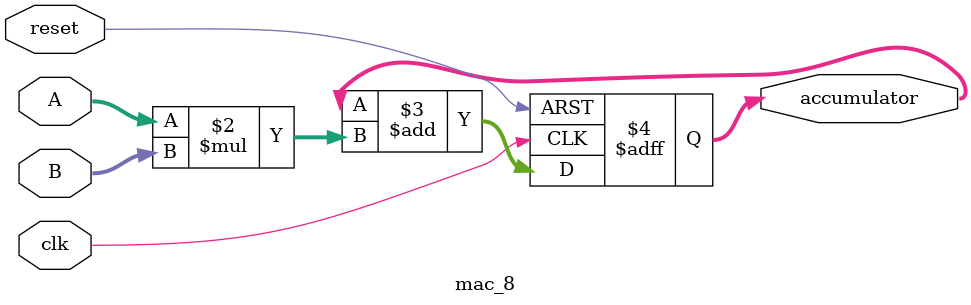
<source format=v>
module mac_8 (
  input wire clk,
  input wire reset,
  input wire [3:0] A, // N-bit multiplier
  input wire [3:0] B, // N-bit multiplicand
  output reg [7:0] accumulator // 2N-bit accumulator to prevent overflow
);

  always @(posedge clk or posedge reset) begin
    if (reset) begin
      accumulator <= 0;
    end else begin
      accumulator <= (accumulator + (A * B));
      //accumulator <= 2;
    end
  end

endmodule
</source>
